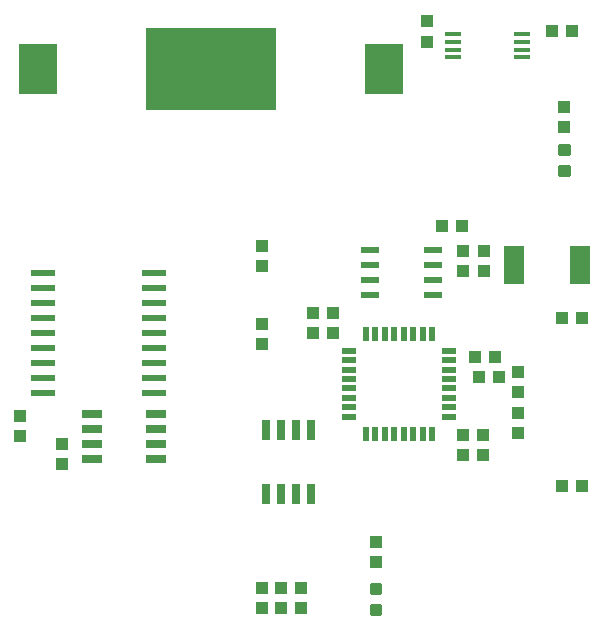
<source format=gbr>
G04 EAGLE Gerber X2 export*
%TF.Part,Single*%
%TF.FileFunction,Paste,Top*%
%TF.FilePolarity,Positive*%
%TF.GenerationSoftware,Autodesk,EAGLE,8.6.1*%
%TF.CreationDate,2018-11-15T20:20:10Z*%
G75*
%MOMM*%
%FSLAX34Y34*%
%LPD*%
%AMOC8*
5,1,8,0,0,1.08239X$1,22.5*%
G01*
%ADD10R,1.000000X1.100000*%
%ADD11R,1.549400X0.558800*%
%ADD12R,1.100000X1.000000*%
%ADD13R,1.473200X0.355600*%
%ADD14R,1.200000X0.500000*%
%ADD15R,0.500000X1.200000*%
%ADD16R,1.800000X3.200000*%
%ADD17R,3.200000X4.200000*%
%ADD18R,11.000000X7.000000*%
%ADD19C,0.300000*%
%ADD20R,0.750000X1.700000*%
%ADD21R,2.000000X0.600000*%
%ADD22R,1.700000X0.750000*%


D10*
X452290Y553890D03*
X452290Y570890D03*
D11*
X403943Y377700D03*
X403943Y365000D03*
X403943Y352300D03*
X403943Y339600D03*
X457537Y339600D03*
X457537Y352300D03*
X457537Y365000D03*
X457537Y377700D03*
D10*
X568430Y481300D03*
X568430Y498300D03*
D12*
X575040Y562600D03*
X558040Y562600D03*
D13*
X533090Y540500D03*
X533090Y547000D03*
X533090Y553500D03*
X533090Y560000D03*
X474670Y560000D03*
X474670Y553500D03*
X474670Y547000D03*
X474670Y540500D03*
D12*
X496452Y269494D03*
X513452Y269494D03*
D10*
X482854Y221098D03*
X482854Y204098D03*
D12*
X492642Y286766D03*
X509642Y286766D03*
D10*
X499872Y220844D03*
X499872Y203844D03*
D12*
X372990Y307340D03*
X355990Y307340D03*
X372990Y323850D03*
X355990Y323850D03*
X566810Y177800D03*
X583810Y177800D03*
X566810Y320040D03*
X583810Y320040D03*
D14*
X471170Y292100D03*
X471170Y284100D03*
X471170Y276100D03*
X471170Y268100D03*
X471170Y260100D03*
X471170Y252100D03*
X471170Y244100D03*
X471170Y236100D03*
X386170Y292100D03*
X386170Y284100D03*
X386170Y276100D03*
X386170Y268100D03*
X386170Y260100D03*
X386170Y252100D03*
X386170Y244100D03*
X386170Y236100D03*
D15*
X456670Y306600D03*
X456670Y221600D03*
X448670Y221600D03*
X440670Y221600D03*
X432670Y221600D03*
X424670Y221600D03*
X416670Y221600D03*
X408670Y221600D03*
X400670Y221600D03*
X448670Y306600D03*
X440670Y306600D03*
X432670Y306600D03*
X424670Y306600D03*
X416670Y306600D03*
X408670Y306600D03*
X400670Y306600D03*
D10*
X529590Y273930D03*
X529590Y256930D03*
D16*
X581720Y364490D03*
X525720Y364490D03*
D10*
X500380Y359800D03*
X500380Y376800D03*
X529590Y222640D03*
X529590Y239640D03*
D17*
X415740Y530860D03*
X122740Y530860D03*
D18*
X269240Y530860D03*
D19*
X565140Y448040D02*
X572140Y448040D01*
X572140Y441040D01*
X565140Y441040D01*
X565140Y448040D01*
X565140Y444039D02*
X572140Y444039D01*
X572140Y447038D02*
X565140Y447038D01*
X565140Y465580D02*
X572140Y465580D01*
X572140Y458580D01*
X565140Y458580D01*
X565140Y465580D01*
X565140Y461579D02*
X572140Y461579D01*
X572140Y464578D02*
X565140Y464578D01*
D12*
X482040Y397460D03*
X465040Y397460D03*
D10*
X345440Y74050D03*
X345440Y91050D03*
X328930Y91050D03*
X328930Y74050D03*
X312420Y91050D03*
X312420Y74050D03*
D20*
X316230Y224790D03*
X328930Y224790D03*
X341630Y224790D03*
X354330Y224790D03*
X316230Y170790D03*
X328930Y170790D03*
X341630Y170790D03*
X354330Y170790D03*
D21*
X220980Y358140D03*
X220980Y345440D03*
X220980Y332740D03*
X220980Y320040D03*
X220980Y307340D03*
X220980Y294640D03*
X220980Y281940D03*
X220980Y269240D03*
X220980Y256540D03*
X126980Y358140D03*
X126980Y345440D03*
X126980Y332740D03*
X126980Y320040D03*
X126980Y307340D03*
X126980Y294640D03*
X126980Y281940D03*
X126980Y269240D03*
X126980Y256540D03*
D22*
X168910Y200660D03*
X168910Y213360D03*
X168910Y226060D03*
X168910Y238760D03*
X222910Y200660D03*
X222910Y213360D03*
X222910Y226060D03*
X222910Y238760D03*
D10*
X143510Y212970D03*
X143510Y195970D03*
X482600Y376800D03*
X482600Y359800D03*
X107950Y236846D03*
X107950Y219846D03*
X312420Y314570D03*
X312420Y297570D03*
X312420Y363610D03*
X312420Y380610D03*
X408940Y113420D03*
X408940Y130420D03*
D19*
X405440Y76010D02*
X412440Y76010D01*
X412440Y69010D01*
X405440Y69010D01*
X405440Y76010D01*
X405440Y72009D02*
X412440Y72009D01*
X412440Y75008D02*
X405440Y75008D01*
X405440Y93550D02*
X412440Y93550D01*
X412440Y86550D01*
X405440Y86550D01*
X405440Y93550D01*
X405440Y89549D02*
X412440Y89549D01*
X412440Y92548D02*
X405440Y92548D01*
M02*

</source>
